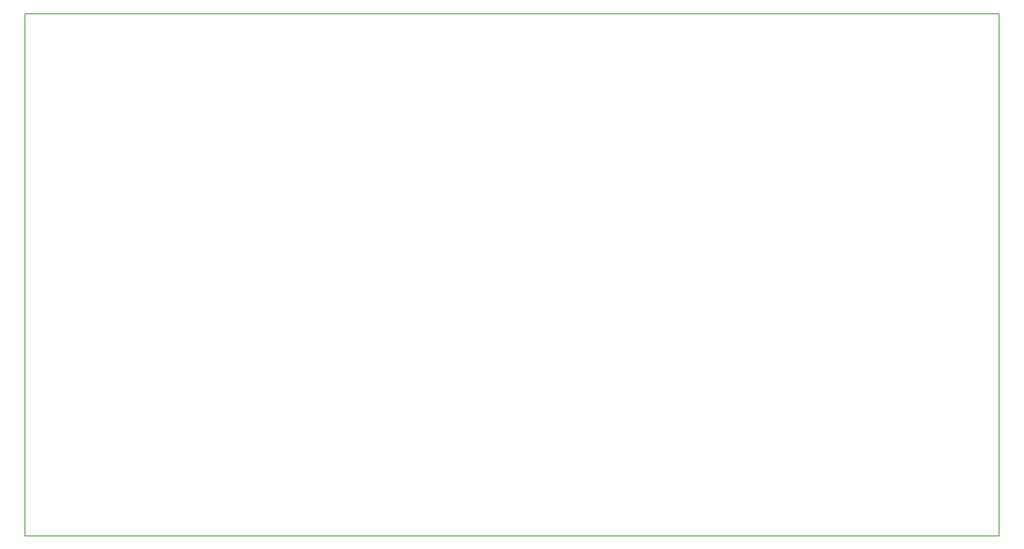
<source format=gbr>
%TF.GenerationSoftware,KiCad,Pcbnew,(6.0.10)*%
%TF.CreationDate,2023-02-17T15:21:58-08:00*%
%TF.ProjectId,Exercise 1,45786572-6369-4736-9520-312e6b696361,rev?*%
%TF.SameCoordinates,Original*%
%TF.FileFunction,Profile,NP*%
%FSLAX46Y46*%
G04 Gerber Fmt 4.6, Leading zero omitted, Abs format (unit mm)*
G04 Created by KiCad (PCBNEW (6.0.10)) date 2023-02-17 15:21:58*
%MOMM*%
%LPD*%
G01*
G04 APERTURE LIST*
%TA.AperFunction,Profile*%
%ADD10C,0.100000*%
%TD*%
G04 APERTURE END LIST*
D10*
X139700000Y-38100000D02*
X243840000Y-38100000D01*
X243840000Y-38100000D02*
X243840000Y-93980000D01*
X243840000Y-93980000D02*
X139700000Y-93980000D01*
X139700000Y-93980000D02*
X139700000Y-38100000D01*
M02*

</source>
